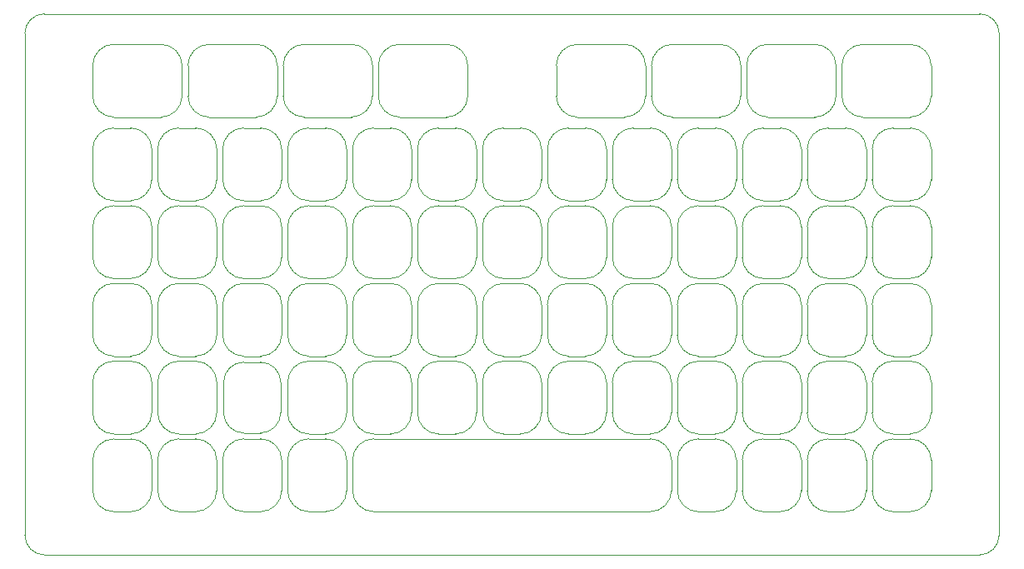
<source format=gto>
G04*
G04 #@! TF.GenerationSoftware,Altium Limited,Altium Designer,24.6.1 (21)*
G04*
G04 Layer_Color=65535*
%FSLAX25Y25*%
%MOIN*%
G70*
G04*
G04 #@! TF.SameCoordinates,2EFCF5D3-F3DF-4BA1-BCA7-63EA5DCA57C7*
G04*
G04*
G04 #@! TF.FilePolarity,Positive*
G04*
G01*
G75*
%ADD10C,0.00394*%
D10*
X40138Y-116732D02*
G03*
X48602Y-125197I8465J-0D01*
G01*
X40138Y-147835D02*
G03*
X48602Y-156299I8465J-0D01*
G01*
X66122Y-116732D02*
G03*
X74587Y-125197I8465J-0D01*
G01*
X55295D02*
G03*
X63760Y-116732I-0J8465D01*
G01*
X48602Y-127165D02*
G03*
X40138Y-135630I0J-8465D01*
G01*
X66122Y-147835D02*
G03*
X74587Y-156299I8465J-0D01*
G01*
Y-127165D02*
G03*
X66122Y-135630I0J-8465D01*
G01*
X63760D02*
G03*
X55295Y-127165I-8465J0D01*
G01*
Y-156299D02*
G03*
X63760Y-147835I-0J8465D01*
G01*
X48602Y-96063D02*
G03*
X40138Y-104528I0J-8465D01*
G01*
Y-85630D02*
G03*
X48602Y-94095I8465J0D01*
G01*
X55295D02*
G03*
X63760Y-85630I0J8465D01*
G01*
X74587Y-96063D02*
G03*
X66122Y-104528I0J-8465D01*
G01*
X63760D02*
G03*
X55295Y-96063I-8465J0D01*
G01*
X66122Y-85630D02*
G03*
X74587Y-94095I8465J0D01*
G01*
X89744Y-135630D02*
G03*
X81279Y-127165I-8465J0D01*
G01*
X81279Y-94095D02*
G03*
X89744Y-85630I0J8465D01*
G01*
X81279Y-125197D02*
G03*
X89744Y-116732I-0J8465D01*
G01*
X81279Y-156299D02*
G03*
X89744Y-147835I-0J8465D01*
G01*
Y-104528D02*
G03*
X81279Y-96063I-8465J0D01*
G01*
X89744Y-42323D02*
G03*
X81279Y-33858I-8465J0D01*
G01*
X63760Y-42323D02*
G03*
X55295Y-33858I-8465J0D01*
G01*
X48602D02*
G03*
X40138Y-42323I0J-8465D01*
G01*
X37776Y-42323D02*
G03*
X29311Y-33858I-8465J0D01*
G01*
X74587D02*
G03*
X66122Y-42323I0J-8465D01*
G01*
X37776Y-73425D02*
G03*
X29311Y-64961I-8465J-0D01*
G01*
X89744Y-73425D02*
G03*
X81279Y-64961I-8465J0D01*
G01*
X40138Y-54528D02*
G03*
X48602Y-62992I8465J0D01*
G01*
X55295D02*
G03*
X63760Y-54528I0J8465D01*
G01*
X48602Y-64961D02*
G03*
X40138Y-73425I0J-8465D01*
G01*
X29311Y-62992D02*
G03*
X37776Y-54528I0J8465D01*
G01*
X63760Y-73425D02*
G03*
X55295Y-64961I-8465J0D01*
G01*
X74587D02*
G03*
X66122Y-73425I0J-8465D01*
G01*
Y-54528D02*
G03*
X74587Y-62992I8465J0D01*
G01*
X81279D02*
G03*
X89744Y-54528I0J8465D01*
G01*
X29311Y-125197D02*
G03*
X37776Y-116732I0J8465D01*
G01*
Y-104528D02*
G03*
X29311Y-96063I-8465J0D01*
G01*
Y-156299D02*
G03*
X37776Y-147835I0J8465D01*
G01*
X29311Y-94095D02*
G03*
X37776Y-85630I0J8465D01*
G01*
Y-135630D02*
G03*
X29311Y-127165I-8465J0D01*
G01*
X14153Y-147835D02*
G03*
X22618Y-156299I8465J0D01*
G01*
Y-127165D02*
G03*
X14153Y-135630I0J-8465D01*
G01*
X22618Y-96063D02*
G03*
X14153Y-104528I0J-8465D01*
G01*
Y-85630D02*
G03*
X22618Y-94095I8465J0D01*
G01*
X14153Y-116732D02*
G03*
X22618Y-125197I8465J0D01*
G01*
Y-33858D02*
G03*
X14153Y-42323I0J-8465D01*
G01*
Y-54528D02*
G03*
X22618Y-62992I8465J0D01*
G01*
Y-64961D02*
G03*
X14153Y-73425I-0J-8465D01*
G01*
X-37815Y-85630D02*
G03*
X-29350Y-94095I8465J0D01*
G01*
Y-96063D02*
G03*
X-37815Y-104528I0J-8465D01*
G01*
Y-116732D02*
G03*
X-29350Y-125197I8465J0D01*
G01*
X-159272Y-64961D02*
G03*
X-167736Y-73425I-0J-8465D01*
G01*
Y-54528D02*
G03*
X-159272Y-62992I8465J0D01*
G01*
X-167736Y-85630D02*
G03*
X-159272Y-94095I8465J0D01*
G01*
X-152579Y-94095D02*
G03*
X-144114Y-85630I0J8465D01*
G01*
X-89784Y-116732D02*
G03*
X-81319Y-125197I8465J-0D01*
G01*
X-89784Y-85630D02*
G03*
X-81319Y-94095I8465J0D01*
G01*
X-81319Y-96063D02*
G03*
X-89784Y-104528I0J-8465D01*
G01*
X-92146D02*
G03*
X-100610Y-96063I-8465J0D01*
G01*
Y-125197D02*
G03*
X-92146Y-116732I0J8465D01*
G01*
X-100610Y-94095D02*
G03*
X-92146Y-85630I0J8465D01*
G01*
X-11831Y-54528D02*
G03*
X-3366Y-62992I8465J0D01*
G01*
Y-64961D02*
G03*
X-11831Y-73425I-0J-8465D01*
G01*
X-3366Y-96063D02*
G03*
X-11831Y-104528I0J-8465D01*
G01*
Y-116732D02*
G03*
X-3366Y-125197I8465J0D01*
G01*
X-11831Y-85630D02*
G03*
X-3366Y-94095I8465J0D01*
G01*
X-22658Y-125197D02*
G03*
X-14193Y-116732I0J8465D01*
G01*
X-22658Y-94095D02*
G03*
X-14193Y-85630I0J8465D01*
G01*
Y-104528D02*
G03*
X-22658Y-96063I-8465J0D01*
G01*
X-144114Y-104528D02*
G03*
X-152579Y-96063I-8465J0D01*
G01*
X-167736Y-116732D02*
G03*
X-159272Y-125197I8465J0D01*
G01*
Y-96063D02*
G03*
X-167736Y-104528I0J-8465D01*
G01*
X-152579Y-125197D02*
G03*
X-144114Y-116732I0J8465D01*
G01*
X-100610Y-62992D02*
G03*
X-92146Y-54528I0J8465D01*
G01*
X-81319Y-64961D02*
G03*
X-89784Y-73425I0J-8465D01*
G01*
X-92146Y-73425D02*
G03*
X-100610Y-64961I-8465J-0D01*
G01*
X-89784Y-54528D02*
G03*
X-81319Y-62992I8465J0D01*
G01*
X-141752Y-116732D02*
G03*
X-133287Y-125197I8465J0D01*
G01*
X-115768Y-85630D02*
G03*
X-107303Y-94095I8465J0D01*
G01*
X-126594D02*
G03*
X-118130Y-85630I0J8465D01*
G01*
X-141752Y-85630D02*
G03*
X-133287Y-94095I8465J0D01*
G01*
X-107303Y-96063D02*
G03*
X-115768Y-104528I0J-8465D01*
G01*
X-133287Y-96063D02*
G03*
X-141752Y-104528I0J-8465D01*
G01*
X-126594Y-125197D02*
G03*
X-118130Y-116732I0J8465D01*
G01*
Y-104528D02*
G03*
X-126594Y-96063I-8465J0D01*
G01*
X-115768Y-116732D02*
G03*
X-107303Y-125197I8465J0D01*
G01*
X-126594Y-62992D02*
G03*
X-118130Y-54528I0J8465D01*
G01*
Y-73425D02*
G03*
X-126594Y-64961I-8465J-0D01*
G01*
X-133287D02*
G03*
X-141752Y-73425I-0J-8465D01*
G01*
X-144114D02*
G03*
X-152579Y-64961I-8465J-0D01*
G01*
Y-62992D02*
G03*
X-144114Y-54528I0J8465D01*
G01*
X-107303Y-64961D02*
G03*
X-115768Y-73425I-0J-8465D01*
G01*
X-141752Y-54528D02*
G03*
X-133287Y-62992I8465J0D01*
G01*
X-115768Y-54528D02*
G03*
X-107303Y-62992I8465J0D01*
G01*
X-48642Y-62992D02*
G03*
X-40177Y-54528I0J8465D01*
G01*
Y-73425D02*
G03*
X-48642Y-64961I-8465J0D01*
G01*
X-37815Y-54528D02*
G03*
X-29350Y-62992I8465J0D01*
G01*
X-14193Y-73425D02*
G03*
X-22658Y-64961I-8465J-0D01*
G01*
Y-62992D02*
G03*
X-14193Y-54528I0J8465D01*
G01*
X-29350Y-64961D02*
G03*
X-37815Y-73425I-0J-8465D01*
G01*
X-63799Y-116732D02*
G03*
X-55335Y-125197I8465J-0D01*
G01*
X-74626D02*
G03*
X-66161Y-116732I-0J8465D01*
G01*
X-40177Y-104528D02*
G03*
X-48642Y-96063I-8465J0D01*
G01*
X-55335D02*
G03*
X-63799Y-104528I0J-8465D01*
G01*
X-66161Y-104528D02*
G03*
X-74626Y-96063I-8465J0D01*
G01*
X-48642Y-94095D02*
G03*
X-40177Y-85630I0J8465D01*
G01*
X-48642Y-125197D02*
G03*
X-40177Y-116732I-0J8465D01*
G01*
X-55335Y-64961D02*
G03*
X-63799Y-73425I0J-8465D01*
G01*
X-74626Y-94095D02*
G03*
X-66161Y-85630I0J8465D01*
G01*
X-74626Y-62992D02*
G03*
X-66161Y-54528I0J8465D01*
G01*
Y-73425D02*
G03*
X-74626Y-64961I-8465J0D01*
G01*
X-63799Y-85630D02*
G03*
X-55335Y-94095I8465J0D01*
G01*
X-63799Y-54528D02*
G03*
X-55335Y-62992I8465J0D01*
G01*
X3327Y-94095D02*
G03*
X11791Y-85630I0J8465D01*
G01*
X3327Y-62992D02*
G03*
X11791Y-54528I0J8465D01*
G01*
Y-73425D02*
G03*
X3327Y-64961I-8465J-0D01*
G01*
X3327Y-125197D02*
G03*
X11791Y-116732I0J8465D01*
G01*
Y-104528D02*
G03*
X3327Y-96063I-8465J0D01*
G01*
X-92146Y-166732D02*
G03*
X-100610Y-158268I-8465J0D01*
G01*
X-55335D02*
G03*
X-63799Y-166732I0J-8465D01*
G01*
X-107303Y-158268D02*
G03*
X-115768Y-166732I0J-8465D01*
G01*
X-66161Y-166732D02*
G03*
X-74626Y-158268I-8465J0D01*
G01*
X-81319Y-158268D02*
G03*
X-89784Y-166732I0J-8465D01*
G01*
X-66161Y-135630D02*
G03*
X-74626Y-127165I-8465J0D01*
G01*
X-40177Y-135630D02*
G03*
X-48642Y-127165I-8465J0D01*
G01*
X-55335D02*
G03*
X-63799Y-135630I0J-8465D01*
G01*
X-115374Y-147835D02*
G03*
X-107303Y-155905I8071J0D01*
G01*
Y-127559D02*
G03*
X-115374Y-135630I0J-8071D01*
G01*
X-89784Y-147835D02*
G03*
X-81319Y-156299I8465J-0D01*
G01*
X-100610Y-155905D02*
G03*
X-92539Y-147835I0J8071D01*
G01*
X-81319Y-127165D02*
G03*
X-89784Y-135630I0J-8465D01*
G01*
X-92539D02*
G03*
X-100610Y-127559I-8071J0D01*
G01*
X-118130Y-166732D02*
G03*
X-126594Y-158268I-8465J0D01*
G01*
X-133287D02*
G03*
X-141752Y-166732I0J-8465D01*
G01*
X-118130Y-135630D02*
G03*
X-126594Y-127165I-8465J0D01*
G01*
X-141752Y-147835D02*
G03*
X-133287Y-156299I8465J0D01*
G01*
Y-127165D02*
G03*
X-141752Y-135630I0J-8465D01*
G01*
X-126594Y-156299D02*
G03*
X-118130Y-147835I0J8465D01*
G01*
X-14193Y-135630D02*
G03*
X-22658Y-127165I-8465J0D01*
G01*
X-29350D02*
G03*
X-37815Y-135630I0J-8465D01*
G01*
X-3366Y-127165D02*
G03*
X-11831Y-135630I0J-8465D01*
G01*
X11791D02*
G03*
X3327Y-127165I-8465J0D01*
G01*
Y-156299D02*
G03*
X11791Y-147835I0J8465D01*
G01*
X-11831D02*
G03*
X-3366Y-156299I8465J0D01*
G01*
X-22658D02*
G03*
X-14193Y-147835I0J8465D01*
G01*
X-63799Y-147835D02*
G03*
X-55335Y-156299I8465J-0D01*
G01*
X-37815Y-147835D02*
G03*
X-29350Y-156299I8465J0D01*
G01*
X-48642D02*
G03*
X-40177Y-147835I-0J8465D01*
G01*
X-74626Y-156299D02*
G03*
X-66161Y-147835I-0J8465D01*
G01*
X141713Y-166732D02*
G03*
X133248Y-158268I-8465J0D01*
G01*
X126555D02*
G03*
X118091Y-166732I0J-8465D01*
G01*
X159232Y-156299D02*
G03*
X167697Y-147835I0J8465D01*
G01*
Y-135630D02*
G03*
X159232Y-127165I-8465J0D01*
G01*
Y-125197D02*
G03*
X167697Y-116732I0J8465D01*
G01*
X152539Y-158268D02*
G03*
X144075Y-166732I0J-8465D01*
G01*
X167697D02*
G03*
X159232Y-158268I-8465J0D01*
G01*
X74587D02*
G03*
X66122Y-166732I0J-8465D01*
G01*
X63760D02*
G03*
X55295Y-158268I-8465J0D01*
G01*
X115728Y-166732D02*
G03*
X107264Y-158268I-8465J0D01*
G01*
X100571D02*
G03*
X92106Y-166732I0J-8465D01*
G01*
X89744D02*
G03*
X81279Y-158268I-8465J0D01*
G01*
X55295Y-187402D02*
G03*
X63760Y-178937I-0J8465D01*
G01*
X159232Y-187402D02*
G03*
X167697Y-178937I0J8465D01*
G01*
X144075D02*
G03*
X152539Y-187402I8465J0D01*
G01*
X66122Y-178937D02*
G03*
X74587Y-187402I8465J-0D01*
G01*
X-74626D02*
G03*
X-66161Y-178937I-0J8465D01*
G01*
X-63799Y-178937D02*
G03*
X-55335Y-187402I8465J-0D01*
G01*
X-159272Y-158268D02*
G03*
X-167736Y-166732I0J-8465D01*
G01*
Y-178937D02*
G03*
X-159272Y-187402I8465J0D01*
G01*
X-141752Y-178937D02*
G03*
X-133287Y-187402I8465J0D01*
G01*
X-152579D02*
G03*
X-144114Y-178937I0J8465D01*
G01*
X-126594Y-187402D02*
G03*
X-118130Y-178937I0J8465D01*
G01*
X-144114Y-166732D02*
G03*
X-152579Y-158268I-8465J0D01*
G01*
X81279Y-187402D02*
G03*
X89744Y-178937I-0J8465D01*
G01*
X92106D02*
G03*
X100571Y-187402I8465J0D01*
G01*
X107264D02*
G03*
X115728Y-178937I0J8465D01*
G01*
X133248Y-187402D02*
G03*
X141713Y-178937I0J8465D01*
G01*
X118091D02*
G03*
X126555Y-187402I8465J0D01*
G01*
X159232Y-62992D02*
G03*
X167697Y-54528I0J8465D01*
G01*
Y-104528D02*
G03*
X159232Y-96063I-8465J0D01*
G01*
X159232Y-94095D02*
G03*
X167697Y-85630I0J8465D01*
G01*
Y-73425D02*
G03*
X159232Y-64961I-8465J-0D01*
G01*
X-159272Y-127165D02*
G03*
X-167736Y-135630I0J-8465D01*
G01*
X-152579Y-156299D02*
G03*
X-144114Y-147835I0J8465D01*
G01*
X-167736D02*
G03*
X-159272Y-156299I8465J0D01*
G01*
X-144114Y-135630D02*
G03*
X-152579Y-127165I-8465J0D01*
G01*
X-100610Y-187402D02*
G03*
X-92146Y-178937I0J8465D01*
G01*
X-89784D02*
G03*
X-81319Y-187402I8465J-0D01*
G01*
X-115768Y-178937D02*
G03*
X-107303Y-187402I8465J0D01*
G01*
X115728Y-135630D02*
G03*
X107264Y-127165I-8465J0D01*
G01*
Y-125197D02*
G03*
X115728Y-116732I0J8465D01*
G01*
X92106Y-147835D02*
G03*
X100571Y-156299I8465J0D01*
G01*
X92106Y-116732D02*
G03*
X100571Y-125197I8465J0D01*
G01*
Y-127165D02*
G03*
X92106Y-135630I0J-8465D01*
G01*
X107264Y-156299D02*
G03*
X115728Y-147835I0J8465D01*
G01*
X107264Y-94095D02*
G03*
X115728Y-85630I0J8465D01*
G01*
X115728Y-104528D02*
G03*
X107264Y-96063I-8465J0D01*
G01*
X100571D02*
G03*
X92106Y-104528I0J-8465D01*
G01*
X92106Y-85630D02*
G03*
X100571Y-94095I8465J0D01*
G01*
X118090Y-85630D02*
G03*
X126555Y-94095I8465J0D01*
G01*
Y-127165D02*
G03*
X118091Y-135630I0J-8465D01*
G01*
Y-147835D02*
G03*
X126555Y-156299I8465J0D01*
G01*
Y-96063D02*
G03*
X118091Y-104528I0J-8465D01*
G01*
Y-116732D02*
G03*
X126555Y-125197I8465J0D01*
G01*
X115728Y-42323D02*
G03*
X107264Y-33858I-8465J0D01*
G01*
X100571D02*
G03*
X92106Y-42323I0J-8465D01*
G01*
X92106Y-54528D02*
G03*
X100571Y-62992I8465J0D01*
G01*
X126555Y-64961D02*
G03*
X118090Y-73425I-0J-8465D01*
G01*
Y-54528D02*
G03*
X126555Y-62992I8465J0D01*
G01*
Y-33858D02*
G03*
X118091Y-42323I0J-8465D01*
G01*
X100571Y-64961D02*
G03*
X92106Y-73425I-0J-8465D01*
G01*
X115728D02*
G03*
X107264Y-64961I-8465J-0D01*
G01*
Y-62992D02*
G03*
X115728Y-54528I0J8465D01*
G01*
X133248Y-94095D02*
G03*
X141713Y-85630I0J8465D01*
G01*
X133248Y-156299D02*
G03*
X141713Y-147835I0J8465D01*
G01*
Y-135630D02*
G03*
X133248Y-127165I-8465J0D01*
G01*
X141713Y-104528D02*
G03*
X133248Y-96063I-8465J0D01*
G01*
Y-125197D02*
G03*
X141713Y-116732I0J8465D01*
G01*
X152539Y-33858D02*
G03*
X144075Y-42323I0J-8465D01*
G01*
X133248Y-62992D02*
G03*
X141713Y-54528I0J8465D01*
G01*
Y-73425D02*
G03*
X133248Y-64961I-8465J-0D01*
G01*
X141713Y-42323D02*
G03*
X133248Y-33858I-8465J0D01*
G01*
X152539Y-64961D02*
G03*
X144075Y-73425I-0J-8465D01*
G01*
Y-54528D02*
G03*
X152539Y-62992I8465J0D01*
G01*
X144075Y-85630D02*
G03*
X152539Y-94095I8465J0D01*
G01*
Y-96063D02*
G03*
X144075Y-104528I0J-8465D01*
G01*
Y-116732D02*
G03*
X152539Y-125197I8465J0D01*
G01*
X144075Y-147835D02*
G03*
X152539Y-156299I8465J0D01*
G01*
Y-127165D02*
G03*
X144075Y-135630I0J-8465D01*
G01*
X-140472Y-29528D02*
G03*
X-132008Y-21063I0J8465D01*
G01*
X-129646D02*
G03*
X-121181Y-29528I8465J0D01*
G01*
X-167736Y-21063D02*
G03*
X-159272Y-29528I8465J0D01*
G01*
X-26217D02*
G03*
X-17736Y-21063I16J8465D01*
G01*
X-53465Y-21063D02*
G03*
X-45000Y-29528I8465J0D01*
G01*
X26177Y-394D02*
G03*
X17697Y-8858I-16J-8465D01*
G01*
Y-21063D02*
G03*
X26162Y-29528I8465J0D01*
G01*
X-83091Y-394D02*
G03*
X-91555Y-8858I-0J-8465D01*
G01*
X-93917D02*
G03*
X-102382Y-394I-8465J-0D01*
G01*
X-55827Y-8858D02*
G03*
X-64291Y-394I-8465J-0D01*
G01*
X-121181D02*
G03*
X-129646Y-8858I-0J-8465D01*
G01*
X-132008D02*
G03*
X-140472Y-394I-8465J-0D01*
G01*
X-45015Y-394D02*
G03*
X-53465Y-8858I15J-8465D01*
G01*
X-159272Y-394D02*
G03*
X-167736Y-8858I-0J-8465D01*
G01*
X-17736Y-8858D02*
G03*
X-26201Y-394I-8465J0D01*
G01*
X-29350Y-33858D02*
G03*
X-37815Y-42323I0J-8465D01*
G01*
X-40177Y-42323D02*
G03*
X-48642Y-33858I-8465J0D01*
G01*
X-3366D02*
G03*
X-11831Y-42323I0J-8465D01*
G01*
X11791D02*
G03*
X3327Y-33858I-8465J0D01*
G01*
X-14193Y-42323D02*
G03*
X-22658Y-33858I-8465J0D01*
G01*
X53425Y-8858D02*
G03*
X44961Y-394I-8465J-0D01*
G01*
X44976Y-29528D02*
G03*
X53425Y-21063I-15J8465D01*
G01*
X55787D02*
G03*
X64252Y-29528I8465J0D01*
G01*
X91516Y-8858D02*
G03*
X83051Y-394I-8465J-0D01*
G01*
X64252D02*
G03*
X55787Y-8858I-0J-8465D01*
G01*
X83051Y-29528D02*
G03*
X91516Y-21063I0J8465D01*
G01*
X-81319Y-33858D02*
G03*
X-89784Y-42323I0J-8465D01*
G01*
X-66161Y-42323D02*
G03*
X-74626Y-33858I-8465J0D01*
G01*
X-55335D02*
G03*
X-63799Y-42323I0J-8465D01*
G01*
X-64291Y-29528D02*
G03*
X-55827Y-21063I0J8465D01*
G01*
X-92146Y-42323D02*
G03*
X-100610Y-33858I-8465J0D01*
G01*
X-102382Y-29528D02*
G03*
X-93917Y-21063I0J8465D01*
G01*
X-91555D02*
G03*
X-83091Y-29528I8465J0D01*
G01*
X121142D02*
G03*
X129606Y-21063I0J8465D01*
G01*
X93878D02*
G03*
X102342Y-29528I8465J0D01*
G01*
X140433Y-394D02*
G03*
X131968Y-8858I-0J-8465D01*
G01*
X131968Y-21063D02*
G03*
X140433Y-29528I8465J0D01*
G01*
X102342Y-394D02*
G03*
X93878Y-8858I-0J-8465D01*
G01*
X129606D02*
G03*
X121142Y-394I-8465J-0D01*
G01*
X159232Y-29528D02*
G03*
X167697Y-21063I0J8465D01*
G01*
X167697Y-8858D02*
G03*
X159232Y-394I-8465J-0D01*
G01*
X167697Y-42323D02*
G03*
X159232Y-33858I-8465J0D01*
G01*
X-107303D02*
G03*
X-115768Y-42323I0J-8465D01*
G01*
X-133287Y-33858D02*
G03*
X-141752Y-42323I0J-8465D01*
G01*
X-144114D02*
G03*
X-152579Y-33858I-8465J0D01*
G01*
X-159272D02*
G03*
X-167736Y-42323I0J-8465D01*
G01*
X-118130D02*
G03*
X-126594Y-33858I-8465J0D01*
G01*
X-194883Y-196850D02*
G03*
X-187008Y-204725I7875J0D01*
G01*
X187008D02*
G03*
X194883Y-196850I0J7875D01*
G01*
Y3937D02*
G03*
X187008Y11812I-7875J0D01*
G01*
X-187008D02*
G03*
X-194883Y3937I0J-7875D01*
G01*
X40138Y-147835D02*
Y-135630D01*
X74587Y-125197D02*
X81279D01*
X48602D02*
X55295D01*
X74587Y-156299D02*
X81279D01*
X74587Y-127165D02*
X81279D01*
X48602D02*
X55295D01*
X48602Y-156299D02*
X55295D01*
X63760Y-147835D02*
Y-135630D01*
X66122Y-147835D02*
Y-135630D01*
X40138Y-116732D02*
Y-104528D01*
X48602Y-96063D02*
X55295D01*
X40138Y-85630D02*
Y-73425D01*
X37776Y-85630D02*
Y-73425D01*
X48602Y-94095D02*
X55295D01*
X37776Y-116732D02*
Y-104528D01*
X74587Y-94095D02*
X81279D01*
X63760Y-116732D02*
Y-104528D01*
Y-85630D02*
Y-73425D01*
X66122Y-85630D02*
Y-73425D01*
X74587Y-96063D02*
X81279D01*
X66122Y-116732D02*
Y-104528D01*
X92106Y-147835D02*
Y-135630D01*
X89744Y-116732D02*
Y-104528D01*
Y-147835D02*
Y-135630D01*
Y-85630D02*
Y-73425D01*
X92106Y-85630D02*
Y-73425D01*
Y-116732D02*
Y-104528D01*
X40138Y-54528D02*
Y-42323D01*
X66122Y-54528D02*
Y-42323D01*
X89744Y-54528D02*
Y-42323D01*
X37776Y-54528D02*
Y-42323D01*
X63760Y-54528D02*
Y-42323D01*
X48602Y-33858D02*
X55295D01*
X22618D02*
X29311D01*
X74587D02*
X81279D01*
X22618Y-62992D02*
X29311D01*
X48602Y-64961D02*
X55295D01*
X74587Y-62992D02*
X81279D01*
X48602D02*
X55295D01*
X74587Y-64961D02*
X81279D01*
X22618D02*
X29311D01*
X22618Y-125197D02*
X29311D01*
X22618Y-94095D02*
X29311D01*
X22618Y-127165D02*
X29311D01*
X22618Y-96063D02*
X29311D01*
X22618Y-156299D02*
X29311D01*
X37776Y-147835D02*
Y-135630D01*
X14153Y-54528D02*
Y-42323D01*
Y-116732D02*
Y-104528D01*
Y-147835D02*
Y-135630D01*
Y-85630D02*
Y-73425D01*
X-37815Y-85630D02*
Y-73425D01*
X-40177Y-85630D02*
Y-73425D01*
X-29350Y-94095D02*
X-22658D01*
X-29350Y-96063D02*
X-22658D01*
X-37815Y-116732D02*
Y-104528D01*
X-29350Y-125197D02*
X-22658D01*
X-40177Y-116732D02*
Y-104528D01*
X-159272Y-64961D02*
X-152579D01*
X-159272Y-94095D02*
X-152579D01*
X-159272Y-62992D02*
X-152579D01*
X-167736Y-85630D02*
Y-73425D01*
X-107303Y-94095D02*
X-100610D01*
X-92146Y-116732D02*
Y-104528D01*
X-107303Y-96063D02*
X-100610D01*
X-89784Y-116732D02*
Y-104528D01*
X-107303Y-125197D02*
X-100610D01*
X-11831Y-116732D02*
Y-104528D01*
Y-85630D02*
Y-73425D01*
X-14193Y-85630D02*
Y-73425D01*
Y-116732D02*
Y-104528D01*
X-159272Y-96063D02*
X-152579D01*
X-167736Y-116732D02*
Y-104528D01*
X-159272Y-125197D02*
X-152579D01*
X-144114Y-116732D02*
Y-104528D01*
X-107303Y-64961D02*
X-100610D01*
X-92146Y-85630D02*
Y-73425D01*
X-89784Y-85630D02*
Y-73425D01*
X-107303Y-62992D02*
X-100610D01*
X-133287Y-96063D02*
X-126594D01*
X-133287Y-125197D02*
X-126594D01*
X-141752Y-116732D02*
Y-104528D01*
X-118130Y-116732D02*
Y-104528D01*
X-115768Y-116732D02*
Y-104528D01*
X-133287Y-94095D02*
X-126594D01*
X-115768Y-85630D02*
Y-73425D01*
X-133287Y-62992D02*
X-126594D01*
X-118130Y-85630D02*
Y-73425D01*
X-144114Y-85630D02*
Y-73425D01*
X-133287Y-64961D02*
X-126594D01*
X-141752Y-85630D02*
Y-73425D01*
X-55335Y-62992D02*
X-48642D01*
X-29350D02*
X-22658D01*
X-29350Y-64961D02*
X-22658D01*
X-55335D02*
X-48642D01*
X-63799Y-116732D02*
Y-104528D01*
X-81319Y-96063D02*
X-74626D01*
X-55335D02*
X-48642D01*
X-55335Y-94095D02*
X-48642D01*
X-81319Y-125197D02*
X-74626D01*
X-55335D02*
X-48642D01*
X-66161Y-116732D02*
Y-104528D01*
X-81319Y-62992D02*
X-74626D01*
X-81319Y-64961D02*
X-74626D01*
X-81319Y-94095D02*
X-74626D01*
X-63799Y-85630D02*
Y-73425D01*
X-66161Y-85630D02*
Y-73425D01*
X-3366Y-125197D02*
X3327D01*
X11791Y-116732D02*
Y-104528D01*
X-3366Y-96063D02*
X3327D01*
X-3366Y-94095D02*
X3327D01*
X-3366Y-62992D02*
X3327D01*
X-3366Y-64961D02*
X3327D01*
X11791Y-85630D02*
Y-73425D01*
X-81319Y-156299D02*
X-74626D01*
X-81319Y-158268D02*
X-74626D01*
X-89784Y-178937D02*
Y-166732D01*
X-107303Y-158268D02*
X-100610D01*
X-63799Y-178937D02*
Y-166732D01*
X-92146Y-178937D02*
Y-166732D01*
X-115768Y-178937D02*
Y-166732D01*
X-66161Y-178937D02*
Y-166732D01*
X-81319Y-127165D02*
X-74626D01*
X-40177Y-147835D02*
Y-135630D01*
X-63799Y-147835D02*
Y-135630D01*
X-66161Y-147835D02*
Y-135630D01*
X-55335Y-127165D02*
X-48642D01*
X-115374Y-147835D02*
Y-135630D01*
X-107303Y-127559D02*
X-100610D01*
X-107303Y-155905D02*
X-100610D01*
X-89784Y-147835D02*
Y-135630D01*
X-92539Y-147835D02*
Y-135630D01*
X-133287Y-158268D02*
X-126594D01*
X-133287Y-127165D02*
X-126594D01*
X-141752Y-178937D02*
Y-166732D01*
X-118130Y-178937D02*
Y-166732D01*
X-141752Y-147835D02*
Y-135630D01*
X-144114Y-178937D02*
Y-166732D01*
X-118130Y-147835D02*
Y-135630D01*
X-144114Y-147835D02*
Y-135630D01*
X-133287Y-156299D02*
X-126594D01*
X-37815Y-147835D02*
Y-135630D01*
X-29350Y-127165D02*
X-22658D01*
X-3366D02*
X3327D01*
X11791Y-147835D02*
Y-135630D01*
X-11831Y-147835D02*
Y-135630D01*
X-14193Y-147835D02*
Y-135630D01*
X-55335Y-158268D02*
X55295D01*
X-3366Y-156299D02*
X3327D01*
X-29350D02*
X-22658D01*
X-55335D02*
X-48642D01*
X141713Y-178937D02*
Y-166732D01*
X118091Y-178937D02*
Y-166732D01*
X167697Y-147835D02*
Y-135630D01*
X144075Y-178937D02*
Y-166732D01*
X152539Y-158268D02*
X159232D01*
X126555D02*
X133248D01*
X167697Y-178937D02*
Y-166732D01*
X74587Y-158268D02*
X81279D01*
X100571D02*
X107264D01*
X66122Y-178937D02*
Y-166732D01*
X89744Y-178937D02*
Y-166732D01*
X92106Y-178937D02*
Y-166732D01*
X63760Y-178937D02*
Y-166732D01*
X115728Y-178937D02*
Y-166732D01*
X74587Y-187402D02*
X81279D01*
X167697Y-116732D02*
Y-104528D01*
X152539Y-187402D02*
X159232D01*
X-55335D02*
X55295D01*
X-81319D02*
X-74626D01*
X-133287D02*
X-126594D01*
X-159272Y-158268D02*
X-152579D01*
X-167736Y-178937D02*
Y-166732D01*
X-159272Y-187402D02*
X-152579D01*
X100571D02*
X107264D01*
X126555D02*
X133248D01*
X167697Y-85630D02*
Y-73425D01*
X-159272Y-156299D02*
X-152579D01*
X-159272Y-127165D02*
X-152579D01*
X-167736Y-147835D02*
Y-135630D01*
X-107303Y-187402D02*
X-100610D01*
X100571Y-127165D02*
X107264D01*
X100571Y-125197D02*
X107264D01*
X100571Y-156299D02*
X107264D01*
X126555Y-96063D02*
X133248D01*
X126555Y-94095D02*
X133248D01*
X126555Y-125197D02*
X133248D01*
X126555Y-127165D02*
X133248D01*
X126555Y-156299D02*
X133248D01*
X100571Y-96063D02*
X107264D01*
X100571Y-94095D02*
X107264D01*
X118091Y-85630D02*
Y-73425D01*
X115728Y-116732D02*
Y-104528D01*
X118091Y-147835D02*
Y-135630D01*
Y-116732D02*
Y-104528D01*
X115728Y-147835D02*
Y-135630D01*
Y-85630D02*
Y-73425D01*
X100571Y-64961D02*
X107264D01*
X118091Y-54528D02*
Y-42323D01*
X100571Y-33858D02*
X107264D01*
X115728Y-54528D02*
Y-42323D01*
X100571Y-62992D02*
X107264D01*
X92106Y-54528D02*
Y-42323D01*
X141713Y-116732D02*
Y-104528D01*
Y-85630D02*
Y-73425D01*
X144075Y-116732D02*
Y-104528D01*
Y-85630D02*
Y-73425D01*
Y-147835D02*
Y-135630D01*
X141713Y-147835D02*
Y-135630D01*
X126555Y-33858D02*
X133248D01*
X126555Y-62992D02*
X133248D01*
X152539D02*
X159232D01*
X126555Y-64961D02*
X133248D01*
X141713Y-54528D02*
Y-42323D01*
X152539Y-33858D02*
X159232D01*
X144075Y-54528D02*
Y-42323D01*
X152539Y-64961D02*
X159232D01*
X152539Y-156299D02*
X159232D01*
X152539Y-125197D02*
X159232D01*
X152539Y-96063D02*
X159232D01*
X152539Y-127165D02*
X159232D01*
X152539Y-94095D02*
X159232D01*
X-132008Y-21063D02*
Y-8858D01*
X-167736Y-21063D02*
Y-8858D01*
X-129646Y-21063D02*
Y-8858D01*
X-89784Y-54528D02*
Y-42323D01*
X-167736Y-54528D02*
Y-42323D01*
X-144114Y-54528D02*
Y-42323D01*
X-141752Y-54528D02*
Y-42323D01*
X-115768Y-54528D02*
Y-42323D01*
X-92146Y-54528D02*
Y-42323D01*
X-63799Y-54528D02*
Y-42323D01*
X-66161Y-54528D02*
Y-42323D01*
X-118130Y-54528D02*
Y-42323D01*
X-53465Y-21063D02*
Y-8858D01*
X-17736Y-21063D02*
Y-8858D01*
X-45000Y-29528D02*
X-26217D01*
X26162D02*
X44976Y-29528D01*
X26177Y-394D02*
X44961D01*
X17697Y-21063D02*
Y-8858D01*
X-83091Y-394D02*
X-64291D01*
X-45015Y-394D02*
X-26201Y-394D01*
X-121181D02*
X-102382D01*
X-159272D02*
X-140472D01*
X-55335Y-33858D02*
X-48642D01*
X-37815Y-54528D02*
Y-42323D01*
X-40177Y-54528D02*
Y-42323D01*
X-29350Y-33858D02*
X-22658D01*
X11791Y-54528D02*
Y-42323D01*
X-3366Y-33858D02*
X3327D01*
X-14193Y-54528D02*
Y-42323D01*
X-11831Y-54528D02*
Y-42323D01*
X64252Y-29528D02*
X83051D01*
X64252Y-394D02*
X83051D01*
X55787Y-21063D02*
Y-8858D01*
X91516Y-21063D02*
Y-8858D01*
X53425Y-21063D02*
Y-8858D01*
X-55827Y-21063D02*
Y-8858D01*
X-93917Y-21063D02*
Y-8858D01*
X-83091Y-29528D02*
X-64291D01*
X-91555Y-21063D02*
Y-8858D01*
X-81319Y-33858D02*
X-74626D01*
X102342Y-29528D02*
X121142D01*
X102342Y-394D02*
X121142D01*
X129606Y-21063D02*
Y-8858D01*
X93878Y-21063D02*
Y-8858D01*
X131968Y-21063D02*
Y-8858D01*
X167697Y-54528D02*
Y-42323D01*
X140433Y-394D02*
X159232D01*
X167697Y-21063D02*
Y-8858D01*
X140433Y-29528D02*
X159232D01*
X-107303Y-33858D02*
X-100610D01*
X-159272D02*
X-152579D01*
X-121181Y-29528D02*
X-102382D01*
X-159272D02*
X-140472D01*
X-133287Y-33858D02*
X-126594D01*
X-194882Y-196850D02*
X-194882Y3938D01*
X-187009Y-204724D02*
X187009D01*
X194882Y-196850D02*
X194882Y3937D01*
X-187009Y11811D02*
X187008D01*
M02*

</source>
